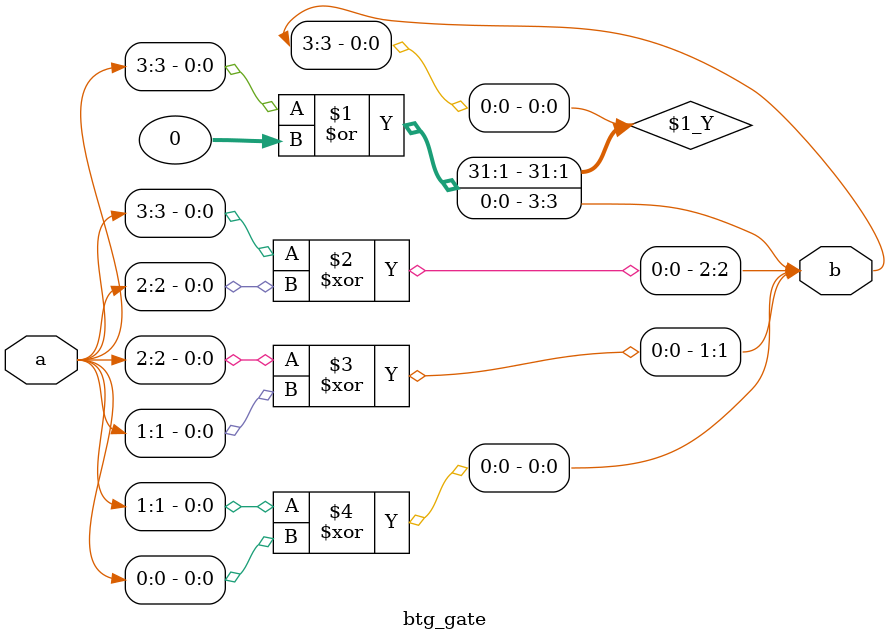
<source format=v>
module btg_gate(a,b);
  input [3:0]a;
  output [3:0]b;
  or o1(b[3],a[3],0);
  xor x1(b[2],a[3],a[2]);
  xor x2(b[1],a[2],a[1]);
  xor x3(b[0],a[1],a[0]);
endmodule

</source>
